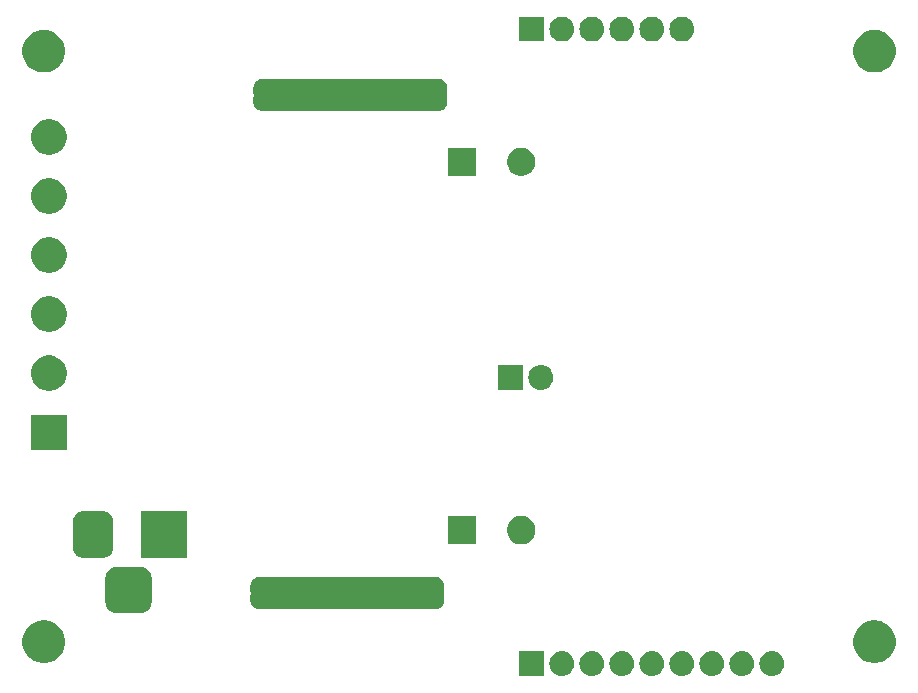
<source format=gbr>
G04 #@! TF.GenerationSoftware,KiCad,Pcbnew,5.0.1-33cea8e~68~ubuntu16.04.1*
G04 #@! TF.CreationDate,2018-10-28T17:52:41-07:00*
G04 #@! TF.ProjectId,wifistepper,77696669737465707065722E6B696361,rev?*
G04 #@! TF.SameCoordinates,Original*
G04 #@! TF.FileFunction,Soldermask,Bot*
G04 #@! TF.FilePolarity,Negative*
%FSLAX46Y46*%
G04 Gerber Fmt 4.6, Leading zero omitted, Abs format (unit mm)*
G04 Created by KiCad (PCBNEW 5.0.1-33cea8e~68~ubuntu16.04.1) date Sun 28 Oct 2018 05:52:41 PM PDT*
%MOMM*%
%LPD*%
G01*
G04 APERTURE LIST*
%ADD10C,0.100000*%
G04 APERTURE END LIST*
D10*
G36*
X99188707Y-115797596D02*
X99265836Y-115805193D01*
X99397787Y-115845220D01*
X99463763Y-115865233D01*
X99646172Y-115962733D01*
X99806054Y-116093946D01*
X99937267Y-116253828D01*
X100034767Y-116436237D01*
X100034767Y-116436238D01*
X100094807Y-116634164D01*
X100115080Y-116840000D01*
X100094807Y-117045836D01*
X100054780Y-117177787D01*
X100034767Y-117243763D01*
X99937267Y-117426172D01*
X99806054Y-117586054D01*
X99646172Y-117717267D01*
X99463763Y-117814767D01*
X99397787Y-117834780D01*
X99265836Y-117874807D01*
X99188707Y-117882404D01*
X99111580Y-117890000D01*
X99008420Y-117890000D01*
X98931293Y-117882404D01*
X98854164Y-117874807D01*
X98722213Y-117834780D01*
X98656237Y-117814767D01*
X98473828Y-117717267D01*
X98313946Y-117586054D01*
X98182733Y-117426172D01*
X98085233Y-117243763D01*
X98065220Y-117177787D01*
X98025193Y-117045836D01*
X98004920Y-116840000D01*
X98025193Y-116634164D01*
X98085233Y-116436238D01*
X98085233Y-116436237D01*
X98182733Y-116253828D01*
X98313946Y-116093946D01*
X98473828Y-115962733D01*
X98656237Y-115865233D01*
X98722213Y-115845220D01*
X98854164Y-115805193D01*
X98931293Y-115797596D01*
X99008420Y-115790000D01*
X99111580Y-115790000D01*
X99188707Y-115797596D01*
X99188707Y-115797596D01*
G37*
G36*
X79790000Y-117890000D02*
X77690000Y-117890000D01*
X77690000Y-115790000D01*
X79790000Y-115790000D01*
X79790000Y-117890000D01*
X79790000Y-117890000D01*
G37*
G36*
X81408707Y-115797596D02*
X81485836Y-115805193D01*
X81617787Y-115845220D01*
X81683763Y-115865233D01*
X81866172Y-115962733D01*
X82026054Y-116093946D01*
X82157267Y-116253828D01*
X82254767Y-116436237D01*
X82254767Y-116436238D01*
X82314807Y-116634164D01*
X82335080Y-116840000D01*
X82314807Y-117045836D01*
X82274780Y-117177787D01*
X82254767Y-117243763D01*
X82157267Y-117426172D01*
X82026054Y-117586054D01*
X81866172Y-117717267D01*
X81683763Y-117814767D01*
X81617787Y-117834780D01*
X81485836Y-117874807D01*
X81408707Y-117882404D01*
X81331580Y-117890000D01*
X81228420Y-117890000D01*
X81151293Y-117882404D01*
X81074164Y-117874807D01*
X80942213Y-117834780D01*
X80876237Y-117814767D01*
X80693828Y-117717267D01*
X80533946Y-117586054D01*
X80402733Y-117426172D01*
X80305233Y-117243763D01*
X80285220Y-117177787D01*
X80245193Y-117045836D01*
X80224920Y-116840000D01*
X80245193Y-116634164D01*
X80305233Y-116436238D01*
X80305233Y-116436237D01*
X80402733Y-116253828D01*
X80533946Y-116093946D01*
X80693828Y-115962733D01*
X80876237Y-115865233D01*
X80942213Y-115845220D01*
X81074164Y-115805193D01*
X81151293Y-115797596D01*
X81228420Y-115790000D01*
X81331580Y-115790000D01*
X81408707Y-115797596D01*
X81408707Y-115797596D01*
G37*
G36*
X83948707Y-115797596D02*
X84025836Y-115805193D01*
X84157787Y-115845220D01*
X84223763Y-115865233D01*
X84406172Y-115962733D01*
X84566054Y-116093946D01*
X84697267Y-116253828D01*
X84794767Y-116436237D01*
X84794767Y-116436238D01*
X84854807Y-116634164D01*
X84875080Y-116840000D01*
X84854807Y-117045836D01*
X84814780Y-117177787D01*
X84794767Y-117243763D01*
X84697267Y-117426172D01*
X84566054Y-117586054D01*
X84406172Y-117717267D01*
X84223763Y-117814767D01*
X84157787Y-117834780D01*
X84025836Y-117874807D01*
X83948707Y-117882404D01*
X83871580Y-117890000D01*
X83768420Y-117890000D01*
X83691293Y-117882404D01*
X83614164Y-117874807D01*
X83482213Y-117834780D01*
X83416237Y-117814767D01*
X83233828Y-117717267D01*
X83073946Y-117586054D01*
X82942733Y-117426172D01*
X82845233Y-117243763D01*
X82825220Y-117177787D01*
X82785193Y-117045836D01*
X82764920Y-116840000D01*
X82785193Y-116634164D01*
X82845233Y-116436238D01*
X82845233Y-116436237D01*
X82942733Y-116253828D01*
X83073946Y-116093946D01*
X83233828Y-115962733D01*
X83416237Y-115865233D01*
X83482213Y-115845220D01*
X83614164Y-115805193D01*
X83691293Y-115797596D01*
X83768420Y-115790000D01*
X83871580Y-115790000D01*
X83948707Y-115797596D01*
X83948707Y-115797596D01*
G37*
G36*
X86488707Y-115797596D02*
X86565836Y-115805193D01*
X86697787Y-115845220D01*
X86763763Y-115865233D01*
X86946172Y-115962733D01*
X87106054Y-116093946D01*
X87237267Y-116253828D01*
X87334767Y-116436237D01*
X87334767Y-116436238D01*
X87394807Y-116634164D01*
X87415080Y-116840000D01*
X87394807Y-117045836D01*
X87354780Y-117177787D01*
X87334767Y-117243763D01*
X87237267Y-117426172D01*
X87106054Y-117586054D01*
X86946172Y-117717267D01*
X86763763Y-117814767D01*
X86697787Y-117834780D01*
X86565836Y-117874807D01*
X86488707Y-117882404D01*
X86411580Y-117890000D01*
X86308420Y-117890000D01*
X86231293Y-117882404D01*
X86154164Y-117874807D01*
X86022213Y-117834780D01*
X85956237Y-117814767D01*
X85773828Y-117717267D01*
X85613946Y-117586054D01*
X85482733Y-117426172D01*
X85385233Y-117243763D01*
X85365220Y-117177787D01*
X85325193Y-117045836D01*
X85304920Y-116840000D01*
X85325193Y-116634164D01*
X85385233Y-116436238D01*
X85385233Y-116436237D01*
X85482733Y-116253828D01*
X85613946Y-116093946D01*
X85773828Y-115962733D01*
X85956237Y-115865233D01*
X86022213Y-115845220D01*
X86154164Y-115805193D01*
X86231293Y-115797596D01*
X86308420Y-115790000D01*
X86411580Y-115790000D01*
X86488707Y-115797596D01*
X86488707Y-115797596D01*
G37*
G36*
X89028707Y-115797596D02*
X89105836Y-115805193D01*
X89237787Y-115845220D01*
X89303763Y-115865233D01*
X89486172Y-115962733D01*
X89646054Y-116093946D01*
X89777267Y-116253828D01*
X89874767Y-116436237D01*
X89874767Y-116436238D01*
X89934807Y-116634164D01*
X89955080Y-116840000D01*
X89934807Y-117045836D01*
X89894780Y-117177787D01*
X89874767Y-117243763D01*
X89777267Y-117426172D01*
X89646054Y-117586054D01*
X89486172Y-117717267D01*
X89303763Y-117814767D01*
X89237787Y-117834780D01*
X89105836Y-117874807D01*
X89028707Y-117882404D01*
X88951580Y-117890000D01*
X88848420Y-117890000D01*
X88771293Y-117882404D01*
X88694164Y-117874807D01*
X88562213Y-117834780D01*
X88496237Y-117814767D01*
X88313828Y-117717267D01*
X88153946Y-117586054D01*
X88022733Y-117426172D01*
X87925233Y-117243763D01*
X87905220Y-117177787D01*
X87865193Y-117045836D01*
X87844920Y-116840000D01*
X87865193Y-116634164D01*
X87925233Y-116436238D01*
X87925233Y-116436237D01*
X88022733Y-116253828D01*
X88153946Y-116093946D01*
X88313828Y-115962733D01*
X88496237Y-115865233D01*
X88562213Y-115845220D01*
X88694164Y-115805193D01*
X88771293Y-115797596D01*
X88848420Y-115790000D01*
X88951580Y-115790000D01*
X89028707Y-115797596D01*
X89028707Y-115797596D01*
G37*
G36*
X91568707Y-115797596D02*
X91645836Y-115805193D01*
X91777787Y-115845220D01*
X91843763Y-115865233D01*
X92026172Y-115962733D01*
X92186054Y-116093946D01*
X92317267Y-116253828D01*
X92414767Y-116436237D01*
X92414767Y-116436238D01*
X92474807Y-116634164D01*
X92495080Y-116840000D01*
X92474807Y-117045836D01*
X92434780Y-117177787D01*
X92414767Y-117243763D01*
X92317267Y-117426172D01*
X92186054Y-117586054D01*
X92026172Y-117717267D01*
X91843763Y-117814767D01*
X91777787Y-117834780D01*
X91645836Y-117874807D01*
X91568707Y-117882404D01*
X91491580Y-117890000D01*
X91388420Y-117890000D01*
X91311293Y-117882404D01*
X91234164Y-117874807D01*
X91102213Y-117834780D01*
X91036237Y-117814767D01*
X90853828Y-117717267D01*
X90693946Y-117586054D01*
X90562733Y-117426172D01*
X90465233Y-117243763D01*
X90445220Y-117177787D01*
X90405193Y-117045836D01*
X90384920Y-116840000D01*
X90405193Y-116634164D01*
X90465233Y-116436238D01*
X90465233Y-116436237D01*
X90562733Y-116253828D01*
X90693946Y-116093946D01*
X90853828Y-115962733D01*
X91036237Y-115865233D01*
X91102213Y-115845220D01*
X91234164Y-115805193D01*
X91311293Y-115797596D01*
X91388420Y-115790000D01*
X91491580Y-115790000D01*
X91568707Y-115797596D01*
X91568707Y-115797596D01*
G37*
G36*
X94108707Y-115797596D02*
X94185836Y-115805193D01*
X94317787Y-115845220D01*
X94383763Y-115865233D01*
X94566172Y-115962733D01*
X94726054Y-116093946D01*
X94857267Y-116253828D01*
X94954767Y-116436237D01*
X94954767Y-116436238D01*
X95014807Y-116634164D01*
X95035080Y-116840000D01*
X95014807Y-117045836D01*
X94974780Y-117177787D01*
X94954767Y-117243763D01*
X94857267Y-117426172D01*
X94726054Y-117586054D01*
X94566172Y-117717267D01*
X94383763Y-117814767D01*
X94317787Y-117834780D01*
X94185836Y-117874807D01*
X94108707Y-117882404D01*
X94031580Y-117890000D01*
X93928420Y-117890000D01*
X93851293Y-117882404D01*
X93774164Y-117874807D01*
X93642213Y-117834780D01*
X93576237Y-117814767D01*
X93393828Y-117717267D01*
X93233946Y-117586054D01*
X93102733Y-117426172D01*
X93005233Y-117243763D01*
X92985220Y-117177787D01*
X92945193Y-117045836D01*
X92924920Y-116840000D01*
X92945193Y-116634164D01*
X93005233Y-116436238D01*
X93005233Y-116436237D01*
X93102733Y-116253828D01*
X93233946Y-116093946D01*
X93393828Y-115962733D01*
X93576237Y-115865233D01*
X93642213Y-115845220D01*
X93774164Y-115805193D01*
X93851293Y-115797596D01*
X93928420Y-115790000D01*
X94031580Y-115790000D01*
X94108707Y-115797596D01*
X94108707Y-115797596D01*
G37*
G36*
X96648707Y-115797596D02*
X96725836Y-115805193D01*
X96857787Y-115845220D01*
X96923763Y-115865233D01*
X97106172Y-115962733D01*
X97266054Y-116093946D01*
X97397267Y-116253828D01*
X97494767Y-116436237D01*
X97494767Y-116436238D01*
X97554807Y-116634164D01*
X97575080Y-116840000D01*
X97554807Y-117045836D01*
X97514780Y-117177787D01*
X97494767Y-117243763D01*
X97397267Y-117426172D01*
X97266054Y-117586054D01*
X97106172Y-117717267D01*
X96923763Y-117814767D01*
X96857787Y-117834780D01*
X96725836Y-117874807D01*
X96648707Y-117882404D01*
X96571580Y-117890000D01*
X96468420Y-117890000D01*
X96391293Y-117882404D01*
X96314164Y-117874807D01*
X96182213Y-117834780D01*
X96116237Y-117814767D01*
X95933828Y-117717267D01*
X95773946Y-117586054D01*
X95642733Y-117426172D01*
X95545233Y-117243763D01*
X95525220Y-117177787D01*
X95485193Y-117045836D01*
X95464920Y-116840000D01*
X95485193Y-116634164D01*
X95545233Y-116436238D01*
X95545233Y-116436237D01*
X95642733Y-116253828D01*
X95773946Y-116093946D01*
X95933828Y-115962733D01*
X96116237Y-115865233D01*
X96182213Y-115845220D01*
X96314164Y-115805193D01*
X96391293Y-115797596D01*
X96468420Y-115790000D01*
X96571580Y-115790000D01*
X96648707Y-115797596D01*
X96648707Y-115797596D01*
G37*
G36*
X108153622Y-113246115D02*
X108269541Y-113269173D01*
X108597120Y-113404861D01*
X108888011Y-113599228D01*
X108891936Y-113601851D01*
X109142649Y-113852564D01*
X109339640Y-114147382D01*
X109475327Y-114474960D01*
X109544500Y-114822714D01*
X109544500Y-115177286D01*
X109475327Y-115525040D01*
X109339640Y-115852618D01*
X109142649Y-116147436D01*
X108891936Y-116398149D01*
X108891933Y-116398151D01*
X108597120Y-116595139D01*
X108269541Y-116730827D01*
X108153622Y-116753885D01*
X107921786Y-116800000D01*
X107567214Y-116800000D01*
X107335378Y-116753885D01*
X107219459Y-116730827D01*
X106891880Y-116595139D01*
X106597067Y-116398151D01*
X106597064Y-116398149D01*
X106346351Y-116147436D01*
X106149360Y-115852618D01*
X106013673Y-115525040D01*
X105944500Y-115177286D01*
X105944500Y-114822714D01*
X106013673Y-114474960D01*
X106149360Y-114147382D01*
X106346351Y-113852564D01*
X106597064Y-113601851D01*
X106600989Y-113599228D01*
X106891880Y-113404861D01*
X107219459Y-113269173D01*
X107335378Y-113246115D01*
X107567214Y-113200000D01*
X107921786Y-113200000D01*
X108153622Y-113246115D01*
X108153622Y-113246115D01*
G37*
G36*
X37822122Y-113246115D02*
X37938041Y-113269173D01*
X38265620Y-113404861D01*
X38556511Y-113599228D01*
X38560436Y-113601851D01*
X38811149Y-113852564D01*
X39008140Y-114147382D01*
X39143827Y-114474960D01*
X39213000Y-114822714D01*
X39213000Y-115177286D01*
X39143827Y-115525040D01*
X39008140Y-115852618D01*
X38811149Y-116147436D01*
X38560436Y-116398149D01*
X38560433Y-116398151D01*
X38265620Y-116595139D01*
X37938041Y-116730827D01*
X37822122Y-116753885D01*
X37590286Y-116800000D01*
X37235714Y-116800000D01*
X37003878Y-116753885D01*
X36887959Y-116730827D01*
X36560380Y-116595139D01*
X36265567Y-116398151D01*
X36265564Y-116398149D01*
X36014851Y-116147436D01*
X35817860Y-115852618D01*
X35682173Y-115525040D01*
X35613000Y-115177286D01*
X35613000Y-114822714D01*
X35682173Y-114474960D01*
X35817860Y-114147382D01*
X36014851Y-113852564D01*
X36265564Y-113601851D01*
X36269489Y-113599228D01*
X36560380Y-113404861D01*
X36887959Y-113269173D01*
X37003878Y-113246115D01*
X37235714Y-113200000D01*
X37590286Y-113200000D01*
X37822122Y-113246115D01*
X37822122Y-113246115D01*
G37*
G36*
X45807898Y-108686126D02*
X45978972Y-108738021D01*
X46136621Y-108822286D01*
X46274807Y-108935693D01*
X46388214Y-109073879D01*
X46472479Y-109231528D01*
X46524374Y-109402602D01*
X46542500Y-109586640D01*
X46542500Y-111649360D01*
X46524374Y-111833398D01*
X46472479Y-112004472D01*
X46388214Y-112162121D01*
X46274807Y-112300307D01*
X46136621Y-112413714D01*
X45978972Y-112497979D01*
X45807898Y-112549874D01*
X45623860Y-112568000D01*
X43561140Y-112568000D01*
X43377102Y-112549874D01*
X43206028Y-112497979D01*
X43048379Y-112413714D01*
X42910193Y-112300307D01*
X42796786Y-112162121D01*
X42712521Y-112004472D01*
X42660626Y-111833398D01*
X42642500Y-111649360D01*
X42642500Y-109586640D01*
X42660626Y-109402602D01*
X42712521Y-109231528D01*
X42796786Y-109073879D01*
X42910193Y-108935693D01*
X43048379Y-108822286D01*
X43206028Y-108738021D01*
X43377102Y-108686126D01*
X43561140Y-108668000D01*
X45623860Y-108668000D01*
X45807898Y-108686126D01*
X45807898Y-108686126D01*
G37*
G36*
X70631197Y-109521233D02*
X70643449Y-109521835D01*
X70661869Y-109521835D01*
X70713358Y-109526906D01*
X70797443Y-109543632D01*
X70831168Y-109553862D01*
X70841048Y-109556859D01*
X70841050Y-109556860D01*
X70846955Y-109558651D01*
X70926164Y-109591460D01*
X70971787Y-109615846D01*
X71043082Y-109663484D01*
X71083076Y-109696306D01*
X71143694Y-109756924D01*
X71176516Y-109796918D01*
X71224154Y-109868213D01*
X71248540Y-109913836D01*
X71281349Y-109993045D01*
X71296368Y-110042557D01*
X71313094Y-110126642D01*
X71318165Y-110178131D01*
X71318165Y-110196551D01*
X71318767Y-110208803D01*
X71320573Y-110227140D01*
X71320573Y-110714860D01*
X71316107Y-110760203D01*
X71304668Y-110797913D01*
X71297097Y-110812078D01*
X71287720Y-110834717D01*
X71282940Y-110858750D01*
X71282940Y-110883255D01*
X71287721Y-110907288D01*
X71297097Y-110929922D01*
X71304668Y-110944087D01*
X71316107Y-110981797D01*
X71320573Y-111027140D01*
X71320573Y-111514860D01*
X71318767Y-111533197D01*
X71318165Y-111545449D01*
X71318165Y-111563869D01*
X71313094Y-111615358D01*
X71296368Y-111699443D01*
X71281349Y-111748955D01*
X71248540Y-111828164D01*
X71224154Y-111873787D01*
X71176516Y-111945082D01*
X71143694Y-111985076D01*
X71083076Y-112045694D01*
X71043082Y-112078516D01*
X70971787Y-112126154D01*
X70926164Y-112150540D01*
X70846955Y-112183349D01*
X70841050Y-112185140D01*
X70841048Y-112185141D01*
X70831168Y-112188138D01*
X70797443Y-112198368D01*
X70713358Y-112215094D01*
X70661869Y-112220165D01*
X70643449Y-112220165D01*
X70631197Y-112220767D01*
X70612860Y-112222573D01*
X55625140Y-112222573D01*
X55606803Y-112220767D01*
X55594551Y-112220165D01*
X55576131Y-112220165D01*
X55524642Y-112215094D01*
X55440557Y-112198368D01*
X55406832Y-112188138D01*
X55396952Y-112185141D01*
X55396950Y-112185140D01*
X55391045Y-112183349D01*
X55311836Y-112150540D01*
X55266213Y-112126154D01*
X55194918Y-112078516D01*
X55154924Y-112045694D01*
X55094306Y-111985076D01*
X55061484Y-111945082D01*
X55013846Y-111873787D01*
X54989460Y-111828164D01*
X54956651Y-111748955D01*
X54941632Y-111699443D01*
X54924906Y-111615358D01*
X54919835Y-111563869D01*
X54919835Y-111545449D01*
X54919233Y-111533197D01*
X54917427Y-111514860D01*
X54917427Y-111027140D01*
X54921893Y-110981797D01*
X54933332Y-110944087D01*
X54940903Y-110929922D01*
X54950280Y-110907283D01*
X54955060Y-110883250D01*
X54955060Y-110858745D01*
X54950279Y-110834712D01*
X54940903Y-110812078D01*
X54933332Y-110797913D01*
X54921893Y-110760203D01*
X54917427Y-110714860D01*
X54917427Y-110227140D01*
X54919233Y-110208803D01*
X54919835Y-110196551D01*
X54919835Y-110178131D01*
X54924906Y-110126642D01*
X54941632Y-110042557D01*
X54956651Y-109993045D01*
X54989460Y-109913836D01*
X55013846Y-109868213D01*
X55061484Y-109796918D01*
X55094306Y-109756924D01*
X55154924Y-109696306D01*
X55194918Y-109663484D01*
X55266213Y-109615846D01*
X55311836Y-109591460D01*
X55391045Y-109558651D01*
X55396950Y-109556860D01*
X55396952Y-109556859D01*
X55406832Y-109553862D01*
X55440557Y-109543632D01*
X55524642Y-109526906D01*
X55576131Y-109521835D01*
X55594551Y-109521835D01*
X55606803Y-109521233D01*
X55625140Y-109519427D01*
X70612860Y-109519427D01*
X70631197Y-109521233D01*
X70631197Y-109521233D01*
G37*
G36*
X42658517Y-103983724D02*
X42806130Y-104028503D01*
X42942177Y-104101222D01*
X43061419Y-104199081D01*
X43159278Y-104318323D01*
X43231997Y-104454370D01*
X43276776Y-104601983D01*
X43292500Y-104761640D01*
X43292500Y-107074360D01*
X43276776Y-107234017D01*
X43231997Y-107381630D01*
X43159278Y-107517677D01*
X43061419Y-107636919D01*
X42942177Y-107734778D01*
X42806130Y-107807497D01*
X42658517Y-107852276D01*
X42498860Y-107868000D01*
X40686140Y-107868000D01*
X40526483Y-107852276D01*
X40378870Y-107807497D01*
X40242823Y-107734778D01*
X40123581Y-107636919D01*
X40025722Y-107517677D01*
X39953003Y-107381630D01*
X39908224Y-107234017D01*
X39892500Y-107074360D01*
X39892500Y-104761640D01*
X39908224Y-104601983D01*
X39953003Y-104454370D01*
X40025722Y-104318323D01*
X40123581Y-104199081D01*
X40242823Y-104101222D01*
X40378870Y-104028503D01*
X40526483Y-103983724D01*
X40686140Y-103968000D01*
X42498860Y-103968000D01*
X42658517Y-103983724D01*
X42658517Y-103983724D01*
G37*
G36*
X49542500Y-107868000D02*
X45642500Y-107868000D01*
X45642500Y-103968000D01*
X49542500Y-103968000D01*
X49542500Y-107868000D01*
X49542500Y-107868000D01*
G37*
G36*
X74034500Y-106737000D02*
X71634500Y-106737000D01*
X71634500Y-104337000D01*
X74034500Y-104337000D01*
X74034500Y-106737000D01*
X74034500Y-106737000D01*
G37*
G36*
X78184526Y-104383115D02*
X78402912Y-104473573D01*
X78599458Y-104604901D01*
X78766599Y-104772042D01*
X78897927Y-104968588D01*
X78988385Y-105186974D01*
X79034500Y-105418809D01*
X79034500Y-105655191D01*
X78988385Y-105887026D01*
X78897927Y-106105412D01*
X78766599Y-106301958D01*
X78599458Y-106469099D01*
X78402912Y-106600427D01*
X78184526Y-106690885D01*
X77952691Y-106737000D01*
X77716309Y-106737000D01*
X77484474Y-106690885D01*
X77266088Y-106600427D01*
X77069542Y-106469099D01*
X76902401Y-106301958D01*
X76771073Y-106105412D01*
X76680615Y-105887026D01*
X76634500Y-105655191D01*
X76634500Y-105418809D01*
X76680615Y-105186974D01*
X76771073Y-104968588D01*
X76902401Y-104772042D01*
X77069542Y-104604901D01*
X77266088Y-104473573D01*
X77484474Y-104383115D01*
X77716309Y-104337000D01*
X77952691Y-104337000D01*
X78184526Y-104383115D01*
X78184526Y-104383115D01*
G37*
G36*
X39346000Y-98763000D02*
X36346000Y-98763000D01*
X36346000Y-95763000D01*
X39346000Y-95763000D01*
X39346000Y-98763000D01*
X39346000Y-98763000D01*
G37*
G36*
X38186935Y-90801429D02*
X38283534Y-90820644D01*
X38556517Y-90933717D01*
X38798920Y-91095687D01*
X38802197Y-91097876D01*
X39011124Y-91306803D01*
X39175284Y-91552485D01*
X39288356Y-91825467D01*
X39346000Y-92115261D01*
X39346000Y-92410739D01*
X39288356Y-92700533D01*
X39175284Y-92973515D01*
X39011124Y-93219197D01*
X38802197Y-93428124D01*
X38802194Y-93428126D01*
X38556517Y-93592283D01*
X38283534Y-93705356D01*
X38186935Y-93724571D01*
X37993739Y-93763000D01*
X37698261Y-93763000D01*
X37505065Y-93724571D01*
X37408466Y-93705356D01*
X37135483Y-93592283D01*
X36889806Y-93428126D01*
X36889803Y-93428124D01*
X36680876Y-93219197D01*
X36516716Y-92973515D01*
X36403644Y-92700533D01*
X36346000Y-92410739D01*
X36346000Y-92115261D01*
X36403644Y-91825467D01*
X36516716Y-91552485D01*
X36680876Y-91306803D01*
X36889803Y-91097876D01*
X36893080Y-91095687D01*
X37135483Y-90933717D01*
X37408466Y-90820644D01*
X37505065Y-90801429D01*
X37698261Y-90763000D01*
X37993739Y-90763000D01*
X38186935Y-90801429D01*
X38186935Y-90801429D01*
G37*
G36*
X79630707Y-91565997D02*
X79707836Y-91573593D01*
X79839787Y-91613620D01*
X79905763Y-91633633D01*
X80088172Y-91731133D01*
X80248054Y-91862346D01*
X80379267Y-92022228D01*
X80476767Y-92204637D01*
X80476767Y-92204638D01*
X80536807Y-92402564D01*
X80557080Y-92608400D01*
X80536807Y-92814236D01*
X80496780Y-92946187D01*
X80476767Y-93012163D01*
X80379267Y-93194572D01*
X80248054Y-93354454D01*
X80088172Y-93485667D01*
X79905763Y-93583167D01*
X79839787Y-93603180D01*
X79707836Y-93643207D01*
X79630707Y-93650804D01*
X79553580Y-93658400D01*
X79450420Y-93658400D01*
X79373293Y-93650804D01*
X79296164Y-93643207D01*
X79164213Y-93603180D01*
X79098237Y-93583167D01*
X78915828Y-93485667D01*
X78755946Y-93354454D01*
X78624733Y-93194572D01*
X78527233Y-93012163D01*
X78507220Y-92946187D01*
X78467193Y-92814236D01*
X78446920Y-92608400D01*
X78467193Y-92402564D01*
X78527233Y-92204638D01*
X78527233Y-92204637D01*
X78624733Y-92022228D01*
X78755946Y-91862346D01*
X78915828Y-91731133D01*
X79098237Y-91633633D01*
X79164213Y-91613620D01*
X79296164Y-91573593D01*
X79373293Y-91565997D01*
X79450420Y-91558400D01*
X79553580Y-91558400D01*
X79630707Y-91565997D01*
X79630707Y-91565997D01*
G37*
G36*
X78012000Y-93658400D02*
X75912000Y-93658400D01*
X75912000Y-91558400D01*
X78012000Y-91558400D01*
X78012000Y-93658400D01*
X78012000Y-93658400D01*
G37*
G36*
X38186935Y-85801429D02*
X38283534Y-85820644D01*
X38556517Y-85933717D01*
X38798920Y-86095687D01*
X38802197Y-86097876D01*
X39011124Y-86306803D01*
X39175284Y-86552485D01*
X39288356Y-86825467D01*
X39346000Y-87115261D01*
X39346000Y-87410739D01*
X39288356Y-87700533D01*
X39175284Y-87973515D01*
X39011124Y-88219197D01*
X38802197Y-88428124D01*
X38802194Y-88428126D01*
X38556517Y-88592283D01*
X38283534Y-88705356D01*
X38186935Y-88724571D01*
X37993739Y-88763000D01*
X37698261Y-88763000D01*
X37505065Y-88724571D01*
X37408466Y-88705356D01*
X37135483Y-88592283D01*
X36889806Y-88428126D01*
X36889803Y-88428124D01*
X36680876Y-88219197D01*
X36516716Y-87973515D01*
X36403644Y-87700533D01*
X36346000Y-87410739D01*
X36346000Y-87115261D01*
X36403644Y-86825467D01*
X36516716Y-86552485D01*
X36680876Y-86306803D01*
X36889803Y-86097876D01*
X36893080Y-86095687D01*
X37135483Y-85933717D01*
X37408466Y-85820644D01*
X37505065Y-85801429D01*
X37698261Y-85763000D01*
X37993739Y-85763000D01*
X38186935Y-85801429D01*
X38186935Y-85801429D01*
G37*
G36*
X38186935Y-80801429D02*
X38283534Y-80820644D01*
X38556517Y-80933717D01*
X38798920Y-81095687D01*
X38802197Y-81097876D01*
X39011124Y-81306803D01*
X39175284Y-81552485D01*
X39288356Y-81825467D01*
X39346000Y-82115261D01*
X39346000Y-82410739D01*
X39288356Y-82700533D01*
X39175284Y-82973515D01*
X39011124Y-83219197D01*
X38802197Y-83428124D01*
X38802194Y-83428126D01*
X38556517Y-83592283D01*
X38283534Y-83705356D01*
X38186935Y-83724571D01*
X37993739Y-83763000D01*
X37698261Y-83763000D01*
X37505065Y-83724571D01*
X37408466Y-83705356D01*
X37135483Y-83592283D01*
X36889806Y-83428126D01*
X36889803Y-83428124D01*
X36680876Y-83219197D01*
X36516716Y-82973515D01*
X36403644Y-82700533D01*
X36346000Y-82410739D01*
X36346000Y-82115261D01*
X36403644Y-81825467D01*
X36516716Y-81552485D01*
X36680876Y-81306803D01*
X36889803Y-81097876D01*
X36893080Y-81095687D01*
X37135483Y-80933717D01*
X37408466Y-80820644D01*
X37505065Y-80801429D01*
X37698261Y-80763000D01*
X37993739Y-80763000D01*
X38186935Y-80801429D01*
X38186935Y-80801429D01*
G37*
G36*
X38186935Y-75801429D02*
X38283534Y-75820644D01*
X38556517Y-75933717D01*
X38798920Y-76095687D01*
X38802197Y-76097876D01*
X39011124Y-76306803D01*
X39175284Y-76552485D01*
X39288356Y-76825467D01*
X39346000Y-77115261D01*
X39346000Y-77410739D01*
X39288356Y-77700533D01*
X39175284Y-77973515D01*
X39011124Y-78219197D01*
X38802197Y-78428124D01*
X38802194Y-78428126D01*
X38556517Y-78592283D01*
X38283534Y-78705356D01*
X38186935Y-78724571D01*
X37993739Y-78763000D01*
X37698261Y-78763000D01*
X37505065Y-78724571D01*
X37408466Y-78705356D01*
X37135483Y-78592283D01*
X36889806Y-78428126D01*
X36889803Y-78428124D01*
X36680876Y-78219197D01*
X36516716Y-77973515D01*
X36403644Y-77700533D01*
X36346000Y-77410739D01*
X36346000Y-77115261D01*
X36403644Y-76825467D01*
X36516716Y-76552485D01*
X36680876Y-76306803D01*
X36889803Y-76097876D01*
X36893080Y-76095687D01*
X37135483Y-75933717D01*
X37408466Y-75820644D01*
X37505065Y-75801429D01*
X37698261Y-75763000D01*
X37993739Y-75763000D01*
X38186935Y-75801429D01*
X38186935Y-75801429D01*
G37*
G36*
X78184526Y-73204615D02*
X78402912Y-73295073D01*
X78599458Y-73426401D01*
X78766599Y-73593542D01*
X78897927Y-73790088D01*
X78988385Y-74008474D01*
X79034500Y-74240309D01*
X79034500Y-74476691D01*
X78988385Y-74708526D01*
X78897927Y-74926912D01*
X78766599Y-75123458D01*
X78599458Y-75290599D01*
X78402912Y-75421927D01*
X78184526Y-75512385D01*
X77952691Y-75558500D01*
X77716309Y-75558500D01*
X77484474Y-75512385D01*
X77266088Y-75421927D01*
X77069542Y-75290599D01*
X76902401Y-75123458D01*
X76771073Y-74926912D01*
X76680615Y-74708526D01*
X76634500Y-74476691D01*
X76634500Y-74240309D01*
X76680615Y-74008474D01*
X76771073Y-73790088D01*
X76902401Y-73593542D01*
X77069542Y-73426401D01*
X77266088Y-73295073D01*
X77484474Y-73204615D01*
X77716309Y-73158500D01*
X77952691Y-73158500D01*
X78184526Y-73204615D01*
X78184526Y-73204615D01*
G37*
G36*
X74034500Y-75558500D02*
X71634500Y-75558500D01*
X71634500Y-73158500D01*
X74034500Y-73158500D01*
X74034500Y-75558500D01*
X74034500Y-75558500D01*
G37*
G36*
X38186935Y-70801429D02*
X38283534Y-70820644D01*
X38556517Y-70933717D01*
X38798920Y-71095687D01*
X38802197Y-71097876D01*
X39011124Y-71306803D01*
X39175284Y-71552485D01*
X39288356Y-71825467D01*
X39346000Y-72115261D01*
X39346000Y-72410739D01*
X39288356Y-72700533D01*
X39175284Y-72973515D01*
X39011124Y-73219197D01*
X38802197Y-73428124D01*
X38802194Y-73428126D01*
X38556517Y-73592283D01*
X38556516Y-73592284D01*
X38556515Y-73592284D01*
X38476560Y-73625402D01*
X38283534Y-73705356D01*
X38186935Y-73724571D01*
X37993739Y-73763000D01*
X37698261Y-73763000D01*
X37505065Y-73724571D01*
X37408466Y-73705356D01*
X37215440Y-73625402D01*
X37135485Y-73592284D01*
X37135484Y-73592284D01*
X37135483Y-73592283D01*
X36889806Y-73428126D01*
X36889803Y-73428124D01*
X36680876Y-73219197D01*
X36516716Y-72973515D01*
X36403644Y-72700533D01*
X36346000Y-72410739D01*
X36346000Y-72115261D01*
X36403644Y-71825467D01*
X36516716Y-71552485D01*
X36680876Y-71306803D01*
X36889803Y-71097876D01*
X36893080Y-71095687D01*
X37135483Y-70933717D01*
X37408466Y-70820644D01*
X37505065Y-70801429D01*
X37698261Y-70763000D01*
X37993739Y-70763000D01*
X38186935Y-70801429D01*
X38186935Y-70801429D01*
G37*
G36*
X70885197Y-67342233D02*
X70897449Y-67342835D01*
X70915869Y-67342835D01*
X70967358Y-67347906D01*
X71051443Y-67364632D01*
X71085168Y-67374862D01*
X71095048Y-67377859D01*
X71095050Y-67377860D01*
X71100955Y-67379651D01*
X71180164Y-67412460D01*
X71225787Y-67436846D01*
X71297082Y-67484484D01*
X71337076Y-67517306D01*
X71397694Y-67577924D01*
X71430516Y-67617918D01*
X71478154Y-67689213D01*
X71502540Y-67734836D01*
X71535349Y-67814045D01*
X71550368Y-67863557D01*
X71567094Y-67947642D01*
X71572165Y-67999131D01*
X71572165Y-68017551D01*
X71572767Y-68029803D01*
X71574573Y-68048140D01*
X71574573Y-68535860D01*
X71570107Y-68581203D01*
X71558668Y-68618913D01*
X71551097Y-68633078D01*
X71541720Y-68655717D01*
X71536940Y-68679750D01*
X71536940Y-68704255D01*
X71541721Y-68728288D01*
X71551097Y-68750922D01*
X71558668Y-68765087D01*
X71570107Y-68802797D01*
X71574573Y-68848140D01*
X71574573Y-69335860D01*
X71572767Y-69354197D01*
X71572165Y-69366449D01*
X71572165Y-69384869D01*
X71567094Y-69436358D01*
X71550368Y-69520443D01*
X71535349Y-69569955D01*
X71502540Y-69649164D01*
X71478154Y-69694787D01*
X71430516Y-69766082D01*
X71397694Y-69806076D01*
X71337076Y-69866694D01*
X71297082Y-69899516D01*
X71225787Y-69947154D01*
X71180164Y-69971540D01*
X71100955Y-70004349D01*
X71095050Y-70006140D01*
X71095048Y-70006141D01*
X71085168Y-70009138D01*
X71051443Y-70019368D01*
X70967358Y-70036094D01*
X70915869Y-70041165D01*
X70897449Y-70041165D01*
X70885197Y-70041767D01*
X70866860Y-70043573D01*
X55879140Y-70043573D01*
X55860803Y-70041767D01*
X55848551Y-70041165D01*
X55830131Y-70041165D01*
X55778642Y-70036094D01*
X55694557Y-70019368D01*
X55660832Y-70009138D01*
X55650952Y-70006141D01*
X55650950Y-70006140D01*
X55645045Y-70004349D01*
X55565836Y-69971540D01*
X55520213Y-69947154D01*
X55448918Y-69899516D01*
X55408924Y-69866694D01*
X55348306Y-69806076D01*
X55315484Y-69766082D01*
X55267846Y-69694787D01*
X55243460Y-69649164D01*
X55210651Y-69569955D01*
X55195632Y-69520443D01*
X55178906Y-69436358D01*
X55173835Y-69384869D01*
X55173835Y-69366449D01*
X55173233Y-69354197D01*
X55171427Y-69335860D01*
X55171427Y-68848140D01*
X55175893Y-68802797D01*
X55187332Y-68765087D01*
X55194903Y-68750922D01*
X55204280Y-68728283D01*
X55209060Y-68704250D01*
X55209060Y-68679745D01*
X55204279Y-68655712D01*
X55194903Y-68633078D01*
X55187332Y-68618913D01*
X55175893Y-68581203D01*
X55171427Y-68535860D01*
X55171427Y-68048140D01*
X55173233Y-68029803D01*
X55173835Y-68017551D01*
X55173835Y-67999131D01*
X55178906Y-67947642D01*
X55195632Y-67863557D01*
X55210651Y-67814045D01*
X55243460Y-67734836D01*
X55267846Y-67689213D01*
X55315484Y-67617918D01*
X55348306Y-67577924D01*
X55408924Y-67517306D01*
X55448918Y-67484484D01*
X55520213Y-67436846D01*
X55565836Y-67412460D01*
X55645045Y-67379651D01*
X55650950Y-67377860D01*
X55650952Y-67377859D01*
X55660832Y-67374862D01*
X55694557Y-67364632D01*
X55778642Y-67347906D01*
X55830131Y-67342835D01*
X55848551Y-67342835D01*
X55860803Y-67342233D01*
X55879140Y-67340427D01*
X70866860Y-67340427D01*
X70885197Y-67342233D01*
X70885197Y-67342233D01*
G37*
G36*
X108153622Y-63246115D02*
X108269541Y-63269173D01*
X108597120Y-63404861D01*
X108888011Y-63599228D01*
X108891936Y-63601851D01*
X109142649Y-63852564D01*
X109339640Y-64147382D01*
X109475327Y-64474960D01*
X109544500Y-64822714D01*
X109544500Y-65177286D01*
X109475327Y-65525040D01*
X109339640Y-65852618D01*
X109142649Y-66147436D01*
X108891936Y-66398149D01*
X108891933Y-66398151D01*
X108597120Y-66595139D01*
X108269541Y-66730827D01*
X108153622Y-66753885D01*
X107921786Y-66800000D01*
X107567214Y-66800000D01*
X107335378Y-66753885D01*
X107219459Y-66730827D01*
X106891880Y-66595139D01*
X106597067Y-66398151D01*
X106597064Y-66398149D01*
X106346351Y-66147436D01*
X106149360Y-65852618D01*
X106013673Y-65525040D01*
X105944500Y-65177286D01*
X105944500Y-64822714D01*
X106013673Y-64474960D01*
X106149360Y-64147382D01*
X106346351Y-63852564D01*
X106597064Y-63601851D01*
X106600989Y-63599228D01*
X106891880Y-63404861D01*
X107219459Y-63269173D01*
X107335378Y-63246115D01*
X107567214Y-63200000D01*
X107921786Y-63200000D01*
X108153622Y-63246115D01*
X108153622Y-63246115D01*
G37*
G36*
X37822122Y-63246115D02*
X37938041Y-63269173D01*
X38265620Y-63404861D01*
X38556511Y-63599228D01*
X38560436Y-63601851D01*
X38811149Y-63852564D01*
X39008140Y-64147382D01*
X39143827Y-64474960D01*
X39213000Y-64822714D01*
X39213000Y-65177286D01*
X39143827Y-65525040D01*
X39008140Y-65852618D01*
X38811149Y-66147436D01*
X38560436Y-66398149D01*
X38560433Y-66398151D01*
X38265620Y-66595139D01*
X37938041Y-66730827D01*
X37822122Y-66753885D01*
X37590286Y-66800000D01*
X37235714Y-66800000D01*
X37003878Y-66753885D01*
X36887959Y-66730827D01*
X36560380Y-66595139D01*
X36265567Y-66398151D01*
X36265564Y-66398149D01*
X36014851Y-66147436D01*
X35817860Y-65852618D01*
X35682173Y-65525040D01*
X35613000Y-65177286D01*
X35613000Y-64822714D01*
X35682173Y-64474960D01*
X35817860Y-64147382D01*
X36014851Y-63852564D01*
X36265564Y-63601851D01*
X36269489Y-63599228D01*
X36560380Y-63404861D01*
X36887959Y-63269173D01*
X37003878Y-63246115D01*
X37235714Y-63200000D01*
X37590286Y-63200000D01*
X37822122Y-63246115D01*
X37822122Y-63246115D01*
G37*
G36*
X89028707Y-62076596D02*
X89105836Y-62084193D01*
X89237787Y-62124220D01*
X89303763Y-62144233D01*
X89486172Y-62241733D01*
X89646054Y-62372946D01*
X89777267Y-62532828D01*
X89874767Y-62715237D01*
X89874767Y-62715238D01*
X89934807Y-62913164D01*
X89955080Y-63119000D01*
X89934807Y-63324836D01*
X89910532Y-63404860D01*
X89874767Y-63522763D01*
X89777267Y-63705172D01*
X89646054Y-63865054D01*
X89486172Y-63996267D01*
X89303763Y-64093767D01*
X89237787Y-64113780D01*
X89105836Y-64153807D01*
X89028707Y-64161403D01*
X88951580Y-64169000D01*
X88848420Y-64169000D01*
X88771293Y-64161403D01*
X88694164Y-64153807D01*
X88562213Y-64113780D01*
X88496237Y-64093767D01*
X88313828Y-63996267D01*
X88153946Y-63865054D01*
X88022733Y-63705172D01*
X87925233Y-63522763D01*
X87889468Y-63404860D01*
X87865193Y-63324836D01*
X87844920Y-63119000D01*
X87865193Y-62913164D01*
X87925233Y-62715238D01*
X87925233Y-62715237D01*
X88022733Y-62532828D01*
X88153946Y-62372946D01*
X88313828Y-62241733D01*
X88496237Y-62144233D01*
X88562213Y-62124220D01*
X88694164Y-62084193D01*
X88771293Y-62076596D01*
X88848420Y-62069000D01*
X88951580Y-62069000D01*
X89028707Y-62076596D01*
X89028707Y-62076596D01*
G37*
G36*
X79790000Y-64169000D02*
X77690000Y-64169000D01*
X77690000Y-62069000D01*
X79790000Y-62069000D01*
X79790000Y-64169000D01*
X79790000Y-64169000D01*
G37*
G36*
X81408707Y-62076596D02*
X81485836Y-62084193D01*
X81617787Y-62124220D01*
X81683763Y-62144233D01*
X81866172Y-62241733D01*
X82026054Y-62372946D01*
X82157267Y-62532828D01*
X82254767Y-62715237D01*
X82254767Y-62715238D01*
X82314807Y-62913164D01*
X82335080Y-63119000D01*
X82314807Y-63324836D01*
X82290532Y-63404860D01*
X82254767Y-63522763D01*
X82157267Y-63705172D01*
X82026054Y-63865054D01*
X81866172Y-63996267D01*
X81683763Y-64093767D01*
X81617787Y-64113780D01*
X81485836Y-64153807D01*
X81408707Y-64161403D01*
X81331580Y-64169000D01*
X81228420Y-64169000D01*
X81151293Y-64161403D01*
X81074164Y-64153807D01*
X80942213Y-64113780D01*
X80876237Y-64093767D01*
X80693828Y-63996267D01*
X80533946Y-63865054D01*
X80402733Y-63705172D01*
X80305233Y-63522763D01*
X80269468Y-63404860D01*
X80245193Y-63324836D01*
X80224920Y-63119000D01*
X80245193Y-62913164D01*
X80305233Y-62715238D01*
X80305233Y-62715237D01*
X80402733Y-62532828D01*
X80533946Y-62372946D01*
X80693828Y-62241733D01*
X80876237Y-62144233D01*
X80942213Y-62124220D01*
X81074164Y-62084193D01*
X81151293Y-62076596D01*
X81228420Y-62069000D01*
X81331580Y-62069000D01*
X81408707Y-62076596D01*
X81408707Y-62076596D01*
G37*
G36*
X83948707Y-62076596D02*
X84025836Y-62084193D01*
X84157787Y-62124220D01*
X84223763Y-62144233D01*
X84406172Y-62241733D01*
X84566054Y-62372946D01*
X84697267Y-62532828D01*
X84794767Y-62715237D01*
X84794767Y-62715238D01*
X84854807Y-62913164D01*
X84875080Y-63119000D01*
X84854807Y-63324836D01*
X84830532Y-63404860D01*
X84794767Y-63522763D01*
X84697267Y-63705172D01*
X84566054Y-63865054D01*
X84406172Y-63996267D01*
X84223763Y-64093767D01*
X84157787Y-64113780D01*
X84025836Y-64153807D01*
X83948707Y-64161403D01*
X83871580Y-64169000D01*
X83768420Y-64169000D01*
X83691293Y-64161403D01*
X83614164Y-64153807D01*
X83482213Y-64113780D01*
X83416237Y-64093767D01*
X83233828Y-63996267D01*
X83073946Y-63865054D01*
X82942733Y-63705172D01*
X82845233Y-63522763D01*
X82809468Y-63404860D01*
X82785193Y-63324836D01*
X82764920Y-63119000D01*
X82785193Y-62913164D01*
X82845233Y-62715238D01*
X82845233Y-62715237D01*
X82942733Y-62532828D01*
X83073946Y-62372946D01*
X83233828Y-62241733D01*
X83416237Y-62144233D01*
X83482213Y-62124220D01*
X83614164Y-62084193D01*
X83691293Y-62076596D01*
X83768420Y-62069000D01*
X83871580Y-62069000D01*
X83948707Y-62076596D01*
X83948707Y-62076596D01*
G37*
G36*
X86488707Y-62076596D02*
X86565836Y-62084193D01*
X86697787Y-62124220D01*
X86763763Y-62144233D01*
X86946172Y-62241733D01*
X87106054Y-62372946D01*
X87237267Y-62532828D01*
X87334767Y-62715237D01*
X87334767Y-62715238D01*
X87394807Y-62913164D01*
X87415080Y-63119000D01*
X87394807Y-63324836D01*
X87370532Y-63404860D01*
X87334767Y-63522763D01*
X87237267Y-63705172D01*
X87106054Y-63865054D01*
X86946172Y-63996267D01*
X86763763Y-64093767D01*
X86697787Y-64113780D01*
X86565836Y-64153807D01*
X86488707Y-64161403D01*
X86411580Y-64169000D01*
X86308420Y-64169000D01*
X86231293Y-64161403D01*
X86154164Y-64153807D01*
X86022213Y-64113780D01*
X85956237Y-64093767D01*
X85773828Y-63996267D01*
X85613946Y-63865054D01*
X85482733Y-63705172D01*
X85385233Y-63522763D01*
X85349468Y-63404860D01*
X85325193Y-63324836D01*
X85304920Y-63119000D01*
X85325193Y-62913164D01*
X85385233Y-62715238D01*
X85385233Y-62715237D01*
X85482733Y-62532828D01*
X85613946Y-62372946D01*
X85773828Y-62241733D01*
X85956237Y-62144233D01*
X86022213Y-62124220D01*
X86154164Y-62084193D01*
X86231293Y-62076596D01*
X86308420Y-62069000D01*
X86411580Y-62069000D01*
X86488707Y-62076596D01*
X86488707Y-62076596D01*
G37*
G36*
X91568707Y-62076596D02*
X91645836Y-62084193D01*
X91777787Y-62124220D01*
X91843763Y-62144233D01*
X92026172Y-62241733D01*
X92186054Y-62372946D01*
X92317267Y-62532828D01*
X92414767Y-62715237D01*
X92414767Y-62715238D01*
X92474807Y-62913164D01*
X92495080Y-63119000D01*
X92474807Y-63324836D01*
X92450532Y-63404860D01*
X92414767Y-63522763D01*
X92317267Y-63705172D01*
X92186054Y-63865054D01*
X92026172Y-63996267D01*
X91843763Y-64093767D01*
X91777787Y-64113780D01*
X91645836Y-64153807D01*
X91568707Y-64161403D01*
X91491580Y-64169000D01*
X91388420Y-64169000D01*
X91311293Y-64161403D01*
X91234164Y-64153807D01*
X91102213Y-64113780D01*
X91036237Y-64093767D01*
X90853828Y-63996267D01*
X90693946Y-63865054D01*
X90562733Y-63705172D01*
X90465233Y-63522763D01*
X90429468Y-63404860D01*
X90405193Y-63324836D01*
X90384920Y-63119000D01*
X90405193Y-62913164D01*
X90465233Y-62715238D01*
X90465233Y-62715237D01*
X90562733Y-62532828D01*
X90693946Y-62372946D01*
X90853828Y-62241733D01*
X91036237Y-62144233D01*
X91102213Y-62124220D01*
X91234164Y-62084193D01*
X91311293Y-62076596D01*
X91388420Y-62069000D01*
X91491580Y-62069000D01*
X91568707Y-62076596D01*
X91568707Y-62076596D01*
G37*
M02*

</source>
